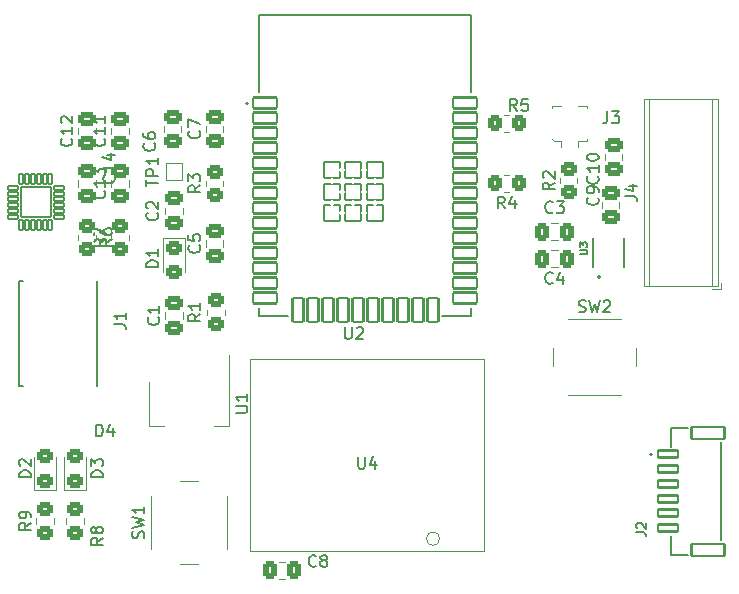
<source format=gto>
G04 #@! TF.GenerationSoftware,KiCad,Pcbnew,7.0.8*
G04 #@! TF.CreationDate,2023-11-16T17:46:21+01:00*
G04 #@! TF.ProjectId,ESP32-aqs,45535033-322d-4617-9173-2e6b69636164,rev?*
G04 #@! TF.SameCoordinates,Original*
G04 #@! TF.FileFunction,Legend,Top*
G04 #@! TF.FilePolarity,Positive*
%FSLAX46Y46*%
G04 Gerber Fmt 4.6, Leading zero omitted, Abs format (unit mm)*
G04 Created by KiCad (PCBNEW 7.0.8) date 2023-11-16 17:46:21*
%MOMM*%
%LPD*%
G01*
G04 APERTURE LIST*
G04 Aperture macros list*
%AMRoundRect*
0 Rectangle with rounded corners*
0 $1 Rounding radius*
0 $2 $3 $4 $5 $6 $7 $8 $9 X,Y pos of 4 corners*
0 Add a 4 corners polygon primitive as box body*
4,1,4,$2,$3,$4,$5,$6,$7,$8,$9,$2,$3,0*
0 Add four circle primitives for the rounded corners*
1,1,$1+$1,$2,$3*
1,1,$1+$1,$4,$5*
1,1,$1+$1,$6,$7*
1,1,$1+$1,$8,$9*
0 Add four rect primitives between the rounded corners*
20,1,$1+$1,$2,$3,$4,$5,0*
20,1,$1+$1,$4,$5,$6,$7,0*
20,1,$1+$1,$6,$7,$8,$9,0*
20,1,$1+$1,$8,$9,$2,$3,0*%
G04 Aperture macros list end*
%ADD10C,0.150000*%
%ADD11C,0.127000*%
%ADD12C,0.200000*%
%ADD13C,0.120000*%
%ADD14C,0.010000*%
%ADD15R,0.400000X0.550000*%
%ADD16RoundRect,0.250000X0.450000X-0.350000X0.450000X0.350000X-0.450000X0.350000X-0.450000X-0.350000X0*%
%ADD17RoundRect,0.250000X-0.450000X0.350000X-0.450000X-0.350000X0.450000X-0.350000X0.450000X0.350000X0*%
%ADD18C,0.650000*%
%ADD19O,2.216000X1.108000*%
%ADD20RoundRect,0.102000X-0.425000X-0.150000X0.425000X-0.150000X0.425000X0.150000X-0.425000X0.150000X0*%
%ADD21RoundRect,0.102000X0.150000X-0.425000X0.150000X0.425000X-0.150000X0.425000X-0.150000X-0.425000X0*%
%ADD22RoundRect,0.102000X1.275000X-1.275000X1.275000X1.275000X-1.275000X1.275000X-1.275000X-1.275000X0*%
%ADD23R,0.914400X1.219200*%
%ADD24RoundRect,0.250000X0.450000X-0.325000X0.450000X0.325000X-0.450000X0.325000X-0.450000X-0.325000X0*%
%ADD25RoundRect,0.250000X0.475000X-0.337500X0.475000X0.337500X-0.475000X0.337500X-0.475000X-0.337500X0*%
%ADD26C,3.500000*%
%ADD27RoundRect,0.250000X0.350000X0.450000X-0.350000X0.450000X-0.350000X-0.450000X0.350000X-0.450000X0*%
%ADD28RoundRect,0.250000X-0.337500X-0.475000X0.337500X-0.475000X0.337500X0.475000X-0.337500X0.475000X0*%
%ADD29RoundRect,0.250000X-0.450000X0.325000X-0.450000X-0.325000X0.450000X-0.325000X0.450000X0.325000X0*%
%ADD30R,1.000000X1.000000*%
%ADD31R,1.050000X2.200000*%
%ADD32RoundRect,0.250000X-0.475000X0.337500X-0.475000X-0.337500X0.475000X-0.337500X0.475000X0.337500X0*%
%ADD33RoundRect,0.250000X0.337500X0.475000X-0.337500X0.475000X-0.337500X-0.475000X0.337500X-0.475000X0*%
%ADD34C,2.000000*%
%ADD35RoundRect,0.102000X-1.000000X-0.450000X1.000000X-0.450000X1.000000X0.450000X-1.000000X0.450000X0*%
%ADD36RoundRect,0.102000X-0.450000X-1.000000X0.450000X-1.000000X0.450000X1.000000X-0.450000X1.000000X0*%
%ADD37RoundRect,0.102000X-0.665000X-0.665000X0.665000X-0.665000X0.665000X0.665000X-0.665000X0.665000X0*%
%ADD38C,0.504000*%
%ADD39R,2.540000X1.524000*%
%ADD40RoundRect,0.102000X-0.850000X-0.300000X0.850000X-0.300000X0.850000X0.300000X-0.850000X0.300000X0*%
%ADD41RoundRect,0.102000X-1.400000X-0.500000X1.400000X-0.500000X1.400000X0.500000X-1.400000X0.500000X0*%
%ADD42R,2.200000X2.200000*%
%ADD43C,2.200000*%
%ADD44R,1.500000X2.000000*%
%ADD45R,3.800000X2.000000*%
G04 APERTURE END LIST*
D10*
X174814876Y-79657619D02*
X175332971Y-79657619D01*
X175332971Y-79657619D02*
X175393923Y-79627142D01*
X175393923Y-79627142D02*
X175424400Y-79596666D01*
X175424400Y-79596666D02*
X175454876Y-79535714D01*
X175454876Y-79535714D02*
X175454876Y-79413809D01*
X175454876Y-79413809D02*
X175424400Y-79352857D01*
X175424400Y-79352857D02*
X175393923Y-79322380D01*
X175393923Y-79322380D02*
X175332971Y-79291904D01*
X175332971Y-79291904D02*
X174814876Y-79291904D01*
X174814876Y-79048095D02*
X174814876Y-78651904D01*
X174814876Y-78651904D02*
X175058685Y-78865238D01*
X175058685Y-78865238D02*
X175058685Y-78773809D01*
X175058685Y-78773809D02*
X175089161Y-78712857D01*
X175089161Y-78712857D02*
X175119638Y-78682381D01*
X175119638Y-78682381D02*
X175180590Y-78651904D01*
X175180590Y-78651904D02*
X175332971Y-78651904D01*
X175332971Y-78651904D02*
X175393923Y-78682381D01*
X175393923Y-78682381D02*
X175424400Y-78712857D01*
X175424400Y-78712857D02*
X175454876Y-78773809D01*
X175454876Y-78773809D02*
X175454876Y-78956666D01*
X175454876Y-78956666D02*
X175424400Y-79017619D01*
X175424400Y-79017619D02*
X175393923Y-79048095D01*
X128344819Y-102401666D02*
X127868628Y-102734999D01*
X128344819Y-102973094D02*
X127344819Y-102973094D01*
X127344819Y-102973094D02*
X127344819Y-102592142D01*
X127344819Y-102592142D02*
X127392438Y-102496904D01*
X127392438Y-102496904D02*
X127440057Y-102449285D01*
X127440057Y-102449285D02*
X127535295Y-102401666D01*
X127535295Y-102401666D02*
X127678152Y-102401666D01*
X127678152Y-102401666D02*
X127773390Y-102449285D01*
X127773390Y-102449285D02*
X127821009Y-102496904D01*
X127821009Y-102496904D02*
X127868628Y-102592142D01*
X127868628Y-102592142D02*
X127868628Y-102973094D01*
X128344819Y-101925475D02*
X128344819Y-101734999D01*
X128344819Y-101734999D02*
X128297200Y-101639761D01*
X128297200Y-101639761D02*
X128249580Y-101592142D01*
X128249580Y-101592142D02*
X128106723Y-101496904D01*
X128106723Y-101496904D02*
X127916247Y-101449285D01*
X127916247Y-101449285D02*
X127535295Y-101449285D01*
X127535295Y-101449285D02*
X127440057Y-101496904D01*
X127440057Y-101496904D02*
X127392438Y-101544523D01*
X127392438Y-101544523D02*
X127344819Y-101639761D01*
X127344819Y-101639761D02*
X127344819Y-101830237D01*
X127344819Y-101830237D02*
X127392438Y-101925475D01*
X127392438Y-101925475D02*
X127440057Y-101973094D01*
X127440057Y-101973094D02*
X127535295Y-102020713D01*
X127535295Y-102020713D02*
X127773390Y-102020713D01*
X127773390Y-102020713D02*
X127868628Y-101973094D01*
X127868628Y-101973094D02*
X127916247Y-101925475D01*
X127916247Y-101925475D02*
X127963866Y-101830237D01*
X127963866Y-101830237D02*
X127963866Y-101639761D01*
X127963866Y-101639761D02*
X127916247Y-101544523D01*
X127916247Y-101544523D02*
X127868628Y-101496904D01*
X127868628Y-101496904D02*
X127773390Y-101449285D01*
X134439819Y-103671666D02*
X133963628Y-104004999D01*
X134439819Y-104243094D02*
X133439819Y-104243094D01*
X133439819Y-104243094D02*
X133439819Y-103862142D01*
X133439819Y-103862142D02*
X133487438Y-103766904D01*
X133487438Y-103766904D02*
X133535057Y-103719285D01*
X133535057Y-103719285D02*
X133630295Y-103671666D01*
X133630295Y-103671666D02*
X133773152Y-103671666D01*
X133773152Y-103671666D02*
X133868390Y-103719285D01*
X133868390Y-103719285D02*
X133916009Y-103766904D01*
X133916009Y-103766904D02*
X133963628Y-103862142D01*
X133963628Y-103862142D02*
X133963628Y-104243094D01*
X133868390Y-103100237D02*
X133820771Y-103195475D01*
X133820771Y-103195475D02*
X133773152Y-103243094D01*
X133773152Y-103243094D02*
X133677914Y-103290713D01*
X133677914Y-103290713D02*
X133630295Y-103290713D01*
X133630295Y-103290713D02*
X133535057Y-103243094D01*
X133535057Y-103243094D02*
X133487438Y-103195475D01*
X133487438Y-103195475D02*
X133439819Y-103100237D01*
X133439819Y-103100237D02*
X133439819Y-102909761D01*
X133439819Y-102909761D02*
X133487438Y-102814523D01*
X133487438Y-102814523D02*
X133535057Y-102766904D01*
X133535057Y-102766904D02*
X133630295Y-102719285D01*
X133630295Y-102719285D02*
X133677914Y-102719285D01*
X133677914Y-102719285D02*
X133773152Y-102766904D01*
X133773152Y-102766904D02*
X133820771Y-102814523D01*
X133820771Y-102814523D02*
X133868390Y-102909761D01*
X133868390Y-102909761D02*
X133868390Y-103100237D01*
X133868390Y-103100237D02*
X133916009Y-103195475D01*
X133916009Y-103195475D02*
X133963628Y-103243094D01*
X133963628Y-103243094D02*
X134058866Y-103290713D01*
X134058866Y-103290713D02*
X134249342Y-103290713D01*
X134249342Y-103290713D02*
X134344580Y-103243094D01*
X134344580Y-103243094D02*
X134392200Y-103195475D01*
X134392200Y-103195475D02*
X134439819Y-103100237D01*
X134439819Y-103100237D02*
X134439819Y-102909761D01*
X134439819Y-102909761D02*
X134392200Y-102814523D01*
X134392200Y-102814523D02*
X134344580Y-102766904D01*
X134344580Y-102766904D02*
X134249342Y-102719285D01*
X134249342Y-102719285D02*
X134058866Y-102719285D01*
X134058866Y-102719285D02*
X133963628Y-102766904D01*
X133963628Y-102766904D02*
X133916009Y-102814523D01*
X133916009Y-102814523D02*
X133868390Y-102909761D01*
X134694819Y-78398666D02*
X134218628Y-78731999D01*
X134694819Y-78970094D02*
X133694819Y-78970094D01*
X133694819Y-78970094D02*
X133694819Y-78589142D01*
X133694819Y-78589142D02*
X133742438Y-78493904D01*
X133742438Y-78493904D02*
X133790057Y-78446285D01*
X133790057Y-78446285D02*
X133885295Y-78398666D01*
X133885295Y-78398666D02*
X134028152Y-78398666D01*
X134028152Y-78398666D02*
X134123390Y-78446285D01*
X134123390Y-78446285D02*
X134171009Y-78493904D01*
X134171009Y-78493904D02*
X134218628Y-78589142D01*
X134218628Y-78589142D02*
X134218628Y-78970094D01*
X133694819Y-78065332D02*
X133694819Y-77398666D01*
X133694819Y-77398666D02*
X134694819Y-77827237D01*
X135200819Y-78398666D02*
X134724628Y-78731999D01*
X135200819Y-78970094D02*
X134200819Y-78970094D01*
X134200819Y-78970094D02*
X134200819Y-78589142D01*
X134200819Y-78589142D02*
X134248438Y-78493904D01*
X134248438Y-78493904D02*
X134296057Y-78446285D01*
X134296057Y-78446285D02*
X134391295Y-78398666D01*
X134391295Y-78398666D02*
X134534152Y-78398666D01*
X134534152Y-78398666D02*
X134629390Y-78446285D01*
X134629390Y-78446285D02*
X134677009Y-78493904D01*
X134677009Y-78493904D02*
X134724628Y-78589142D01*
X134724628Y-78589142D02*
X134724628Y-78970094D01*
X134200819Y-77541523D02*
X134200819Y-77731999D01*
X134200819Y-77731999D02*
X134248438Y-77827237D01*
X134248438Y-77827237D02*
X134296057Y-77874856D01*
X134296057Y-77874856D02*
X134438914Y-77970094D01*
X134438914Y-77970094D02*
X134629390Y-78017713D01*
X134629390Y-78017713D02*
X135010342Y-78017713D01*
X135010342Y-78017713D02*
X135105580Y-77970094D01*
X135105580Y-77970094D02*
X135153200Y-77922475D01*
X135153200Y-77922475D02*
X135200819Y-77827237D01*
X135200819Y-77827237D02*
X135200819Y-77636761D01*
X135200819Y-77636761D02*
X135153200Y-77541523D01*
X135153200Y-77541523D02*
X135105580Y-77493904D01*
X135105580Y-77493904D02*
X135010342Y-77446285D01*
X135010342Y-77446285D02*
X134772247Y-77446285D01*
X134772247Y-77446285D02*
X134677009Y-77493904D01*
X134677009Y-77493904D02*
X134629390Y-77541523D01*
X134629390Y-77541523D02*
X134581771Y-77636761D01*
X134581771Y-77636761D02*
X134581771Y-77827237D01*
X134581771Y-77827237D02*
X134629390Y-77922475D01*
X134629390Y-77922475D02*
X134677009Y-77970094D01*
X134677009Y-77970094D02*
X134772247Y-78017713D01*
X135375154Y-85590957D02*
X136089547Y-85590957D01*
X136089547Y-85590957D02*
X136232425Y-85638584D01*
X136232425Y-85638584D02*
X136327678Y-85733836D01*
X136327678Y-85733836D02*
X136375304Y-85876715D01*
X136375304Y-85876715D02*
X136375304Y-85971967D01*
X136375304Y-84590807D02*
X136375304Y-85162322D01*
X136375304Y-84876565D02*
X135375154Y-84876565D01*
X135375154Y-84876565D02*
X135518032Y-84971817D01*
X135518032Y-84971817D02*
X135613285Y-85067069D01*
X135613285Y-85067069D02*
X135660911Y-85162322D01*
X127781810Y-75720819D02*
X127781810Y-74720819D01*
X128829428Y-75625580D02*
X128781809Y-75673200D01*
X128781809Y-75673200D02*
X128638952Y-75720819D01*
X128638952Y-75720819D02*
X128543714Y-75720819D01*
X128543714Y-75720819D02*
X128400857Y-75673200D01*
X128400857Y-75673200D02*
X128305619Y-75577961D01*
X128305619Y-75577961D02*
X128258000Y-75482723D01*
X128258000Y-75482723D02*
X128210381Y-75292247D01*
X128210381Y-75292247D02*
X128210381Y-75149390D01*
X128210381Y-75149390D02*
X128258000Y-74958914D01*
X128258000Y-74958914D02*
X128305619Y-74863676D01*
X128305619Y-74863676D02*
X128400857Y-74768438D01*
X128400857Y-74768438D02*
X128543714Y-74720819D01*
X128543714Y-74720819D02*
X128638952Y-74720819D01*
X128638952Y-74720819D02*
X128781809Y-74768438D01*
X128781809Y-74768438D02*
X128829428Y-74816057D01*
X129781809Y-75720819D02*
X129210381Y-75720819D01*
X129496095Y-75720819D02*
X129496095Y-74720819D01*
X129496095Y-74720819D02*
X129400857Y-74863676D01*
X129400857Y-74863676D02*
X129305619Y-74958914D01*
X129305619Y-74958914D02*
X129210381Y-75006533D01*
X133881905Y-95069819D02*
X133881905Y-94069819D01*
X133881905Y-94069819D02*
X134120000Y-94069819D01*
X134120000Y-94069819D02*
X134262857Y-94117438D01*
X134262857Y-94117438D02*
X134358095Y-94212676D01*
X134358095Y-94212676D02*
X134405714Y-94307914D01*
X134405714Y-94307914D02*
X134453333Y-94498390D01*
X134453333Y-94498390D02*
X134453333Y-94641247D01*
X134453333Y-94641247D02*
X134405714Y-94831723D01*
X134405714Y-94831723D02*
X134358095Y-94926961D01*
X134358095Y-94926961D02*
X134262857Y-95022200D01*
X134262857Y-95022200D02*
X134120000Y-95069819D01*
X134120000Y-95069819D02*
X133881905Y-95069819D01*
X135310476Y-94403152D02*
X135310476Y-95069819D01*
X135072381Y-94022200D02*
X134834286Y-94736485D01*
X134834286Y-94736485D02*
X135453333Y-94736485D01*
X134439819Y-98528094D02*
X133439819Y-98528094D01*
X133439819Y-98528094D02*
X133439819Y-98289999D01*
X133439819Y-98289999D02*
X133487438Y-98147142D01*
X133487438Y-98147142D02*
X133582676Y-98051904D01*
X133582676Y-98051904D02*
X133677914Y-98004285D01*
X133677914Y-98004285D02*
X133868390Y-97956666D01*
X133868390Y-97956666D02*
X134011247Y-97956666D01*
X134011247Y-97956666D02*
X134201723Y-98004285D01*
X134201723Y-98004285D02*
X134296961Y-98051904D01*
X134296961Y-98051904D02*
X134392200Y-98147142D01*
X134392200Y-98147142D02*
X134439819Y-98289999D01*
X134439819Y-98289999D02*
X134439819Y-98528094D01*
X133439819Y-97623332D02*
X133439819Y-97004285D01*
X133439819Y-97004285D02*
X133820771Y-97337618D01*
X133820771Y-97337618D02*
X133820771Y-97194761D01*
X133820771Y-97194761D02*
X133868390Y-97099523D01*
X133868390Y-97099523D02*
X133916009Y-97051904D01*
X133916009Y-97051904D02*
X134011247Y-97004285D01*
X134011247Y-97004285D02*
X134249342Y-97004285D01*
X134249342Y-97004285D02*
X134344580Y-97051904D01*
X134344580Y-97051904D02*
X134392200Y-97099523D01*
X134392200Y-97099523D02*
X134439819Y-97194761D01*
X134439819Y-97194761D02*
X134439819Y-97480475D01*
X134439819Y-97480475D02*
X134392200Y-97575713D01*
X134392200Y-97575713D02*
X134344580Y-97623332D01*
X128344819Y-98528094D02*
X127344819Y-98528094D01*
X127344819Y-98528094D02*
X127344819Y-98289999D01*
X127344819Y-98289999D02*
X127392438Y-98147142D01*
X127392438Y-98147142D02*
X127487676Y-98051904D01*
X127487676Y-98051904D02*
X127582914Y-98004285D01*
X127582914Y-98004285D02*
X127773390Y-97956666D01*
X127773390Y-97956666D02*
X127916247Y-97956666D01*
X127916247Y-97956666D02*
X128106723Y-98004285D01*
X128106723Y-98004285D02*
X128201961Y-98051904D01*
X128201961Y-98051904D02*
X128297200Y-98147142D01*
X128297200Y-98147142D02*
X128344819Y-98289999D01*
X128344819Y-98289999D02*
X128344819Y-98528094D01*
X127440057Y-97575713D02*
X127392438Y-97528094D01*
X127392438Y-97528094D02*
X127344819Y-97432856D01*
X127344819Y-97432856D02*
X127344819Y-97194761D01*
X127344819Y-97194761D02*
X127392438Y-97099523D01*
X127392438Y-97099523D02*
X127440057Y-97051904D01*
X127440057Y-97051904D02*
X127535295Y-97004285D01*
X127535295Y-97004285D02*
X127630533Y-97004285D01*
X127630533Y-97004285D02*
X127773390Y-97051904D01*
X127773390Y-97051904D02*
X128344819Y-97623332D01*
X128344819Y-97623332D02*
X128344819Y-97004285D01*
X135360580Y-73032857D02*
X135408200Y-73080476D01*
X135408200Y-73080476D02*
X135455819Y-73223333D01*
X135455819Y-73223333D02*
X135455819Y-73318571D01*
X135455819Y-73318571D02*
X135408200Y-73461428D01*
X135408200Y-73461428D02*
X135312961Y-73556666D01*
X135312961Y-73556666D02*
X135217723Y-73604285D01*
X135217723Y-73604285D02*
X135027247Y-73651904D01*
X135027247Y-73651904D02*
X134884390Y-73651904D01*
X134884390Y-73651904D02*
X134693914Y-73604285D01*
X134693914Y-73604285D02*
X134598676Y-73556666D01*
X134598676Y-73556666D02*
X134503438Y-73461428D01*
X134503438Y-73461428D02*
X134455819Y-73318571D01*
X134455819Y-73318571D02*
X134455819Y-73223333D01*
X134455819Y-73223333D02*
X134503438Y-73080476D01*
X134503438Y-73080476D02*
X134551057Y-73032857D01*
X135455819Y-72080476D02*
X135455819Y-72651904D01*
X135455819Y-72366190D02*
X134455819Y-72366190D01*
X134455819Y-72366190D02*
X134598676Y-72461428D01*
X134598676Y-72461428D02*
X134693914Y-72556666D01*
X134693914Y-72556666D02*
X134741533Y-72651904D01*
X134789152Y-71223333D02*
X135455819Y-71223333D01*
X134408200Y-71461428D02*
X135122485Y-71699523D01*
X135122485Y-71699523D02*
X135122485Y-71080476D01*
X134569580Y-74302857D02*
X134617200Y-74350476D01*
X134617200Y-74350476D02*
X134664819Y-74493333D01*
X134664819Y-74493333D02*
X134664819Y-74588571D01*
X134664819Y-74588571D02*
X134617200Y-74731428D01*
X134617200Y-74731428D02*
X134521961Y-74826666D01*
X134521961Y-74826666D02*
X134426723Y-74874285D01*
X134426723Y-74874285D02*
X134236247Y-74921904D01*
X134236247Y-74921904D02*
X134093390Y-74921904D01*
X134093390Y-74921904D02*
X133902914Y-74874285D01*
X133902914Y-74874285D02*
X133807676Y-74826666D01*
X133807676Y-74826666D02*
X133712438Y-74731428D01*
X133712438Y-74731428D02*
X133664819Y-74588571D01*
X133664819Y-74588571D02*
X133664819Y-74493333D01*
X133664819Y-74493333D02*
X133712438Y-74350476D01*
X133712438Y-74350476D02*
X133760057Y-74302857D01*
X134664819Y-73350476D02*
X134664819Y-73921904D01*
X134664819Y-73636190D02*
X133664819Y-73636190D01*
X133664819Y-73636190D02*
X133807676Y-73731428D01*
X133807676Y-73731428D02*
X133902914Y-73826666D01*
X133902914Y-73826666D02*
X133950533Y-73921904D01*
X133664819Y-73017142D02*
X133664819Y-72398095D01*
X133664819Y-72398095D02*
X134045771Y-72731428D01*
X134045771Y-72731428D02*
X134045771Y-72588571D01*
X134045771Y-72588571D02*
X134093390Y-72493333D01*
X134093390Y-72493333D02*
X134141009Y-72445714D01*
X134141009Y-72445714D02*
X134236247Y-72398095D01*
X134236247Y-72398095D02*
X134474342Y-72398095D01*
X134474342Y-72398095D02*
X134569580Y-72445714D01*
X134569580Y-72445714D02*
X134617200Y-72493333D01*
X134617200Y-72493333D02*
X134664819Y-72588571D01*
X134664819Y-72588571D02*
X134664819Y-72874285D01*
X134664819Y-72874285D02*
X134617200Y-72969523D01*
X134617200Y-72969523D02*
X134569580Y-73017142D01*
X131775580Y-69857857D02*
X131823200Y-69905476D01*
X131823200Y-69905476D02*
X131870819Y-70048333D01*
X131870819Y-70048333D02*
X131870819Y-70143571D01*
X131870819Y-70143571D02*
X131823200Y-70286428D01*
X131823200Y-70286428D02*
X131727961Y-70381666D01*
X131727961Y-70381666D02*
X131632723Y-70429285D01*
X131632723Y-70429285D02*
X131442247Y-70476904D01*
X131442247Y-70476904D02*
X131299390Y-70476904D01*
X131299390Y-70476904D02*
X131108914Y-70429285D01*
X131108914Y-70429285D02*
X131013676Y-70381666D01*
X131013676Y-70381666D02*
X130918438Y-70286428D01*
X130918438Y-70286428D02*
X130870819Y-70143571D01*
X130870819Y-70143571D02*
X130870819Y-70048333D01*
X130870819Y-70048333D02*
X130918438Y-69905476D01*
X130918438Y-69905476D02*
X130966057Y-69857857D01*
X131870819Y-68905476D02*
X131870819Y-69476904D01*
X131870819Y-69191190D02*
X130870819Y-69191190D01*
X130870819Y-69191190D02*
X131013676Y-69286428D01*
X131013676Y-69286428D02*
X131108914Y-69381666D01*
X131108914Y-69381666D02*
X131156533Y-69476904D01*
X130966057Y-68524523D02*
X130918438Y-68476904D01*
X130918438Y-68476904D02*
X130870819Y-68381666D01*
X130870819Y-68381666D02*
X130870819Y-68143571D01*
X130870819Y-68143571D02*
X130918438Y-68048333D01*
X130918438Y-68048333D02*
X130966057Y-68000714D01*
X130966057Y-68000714D02*
X131061295Y-67953095D01*
X131061295Y-67953095D02*
X131156533Y-67953095D01*
X131156533Y-67953095D02*
X131299390Y-68000714D01*
X131299390Y-68000714D02*
X131870819Y-68572142D01*
X131870819Y-68572142D02*
X131870819Y-67953095D01*
X134569580Y-69857857D02*
X134617200Y-69905476D01*
X134617200Y-69905476D02*
X134664819Y-70048333D01*
X134664819Y-70048333D02*
X134664819Y-70143571D01*
X134664819Y-70143571D02*
X134617200Y-70286428D01*
X134617200Y-70286428D02*
X134521961Y-70381666D01*
X134521961Y-70381666D02*
X134426723Y-70429285D01*
X134426723Y-70429285D02*
X134236247Y-70476904D01*
X134236247Y-70476904D02*
X134093390Y-70476904D01*
X134093390Y-70476904D02*
X133902914Y-70429285D01*
X133902914Y-70429285D02*
X133807676Y-70381666D01*
X133807676Y-70381666D02*
X133712438Y-70286428D01*
X133712438Y-70286428D02*
X133664819Y-70143571D01*
X133664819Y-70143571D02*
X133664819Y-70048333D01*
X133664819Y-70048333D02*
X133712438Y-69905476D01*
X133712438Y-69905476D02*
X133760057Y-69857857D01*
X134664819Y-68905476D02*
X134664819Y-69476904D01*
X134664819Y-69191190D02*
X133664819Y-69191190D01*
X133664819Y-69191190D02*
X133807676Y-69286428D01*
X133807676Y-69286428D02*
X133902914Y-69381666D01*
X133902914Y-69381666D02*
X133950533Y-69476904D01*
X134664819Y-67953095D02*
X134664819Y-68524523D01*
X134664819Y-68238809D02*
X133664819Y-68238809D01*
X133664819Y-68238809D02*
X133807676Y-68334047D01*
X133807676Y-68334047D02*
X133902914Y-68429285D01*
X133902914Y-68429285D02*
X133950533Y-68524523D01*
X169505333Y-67510819D02*
X169172000Y-67034628D01*
X168933905Y-67510819D02*
X168933905Y-66510819D01*
X168933905Y-66510819D02*
X169314857Y-66510819D01*
X169314857Y-66510819D02*
X169410095Y-66558438D01*
X169410095Y-66558438D02*
X169457714Y-66606057D01*
X169457714Y-66606057D02*
X169505333Y-66701295D01*
X169505333Y-66701295D02*
X169505333Y-66844152D01*
X169505333Y-66844152D02*
X169457714Y-66939390D01*
X169457714Y-66939390D02*
X169410095Y-66987009D01*
X169410095Y-66987009D02*
X169314857Y-67034628D01*
X169314857Y-67034628D02*
X168933905Y-67034628D01*
X170410095Y-66510819D02*
X169933905Y-66510819D01*
X169933905Y-66510819D02*
X169886286Y-66987009D01*
X169886286Y-66987009D02*
X169933905Y-66939390D01*
X169933905Y-66939390D02*
X170029143Y-66891771D01*
X170029143Y-66891771D02*
X170267238Y-66891771D01*
X170267238Y-66891771D02*
X170362476Y-66939390D01*
X170362476Y-66939390D02*
X170410095Y-66987009D01*
X170410095Y-66987009D02*
X170457714Y-67082247D01*
X170457714Y-67082247D02*
X170457714Y-67320342D01*
X170457714Y-67320342D02*
X170410095Y-67415580D01*
X170410095Y-67415580D02*
X170362476Y-67463200D01*
X170362476Y-67463200D02*
X170267238Y-67510819D01*
X170267238Y-67510819D02*
X170029143Y-67510819D01*
X170029143Y-67510819D02*
X169933905Y-67463200D01*
X169933905Y-67463200D02*
X169886286Y-67415580D01*
X152487333Y-106023580D02*
X152439714Y-106071200D01*
X152439714Y-106071200D02*
X152296857Y-106118819D01*
X152296857Y-106118819D02*
X152201619Y-106118819D01*
X152201619Y-106118819D02*
X152058762Y-106071200D01*
X152058762Y-106071200D02*
X151963524Y-105975961D01*
X151963524Y-105975961D02*
X151915905Y-105880723D01*
X151915905Y-105880723D02*
X151868286Y-105690247D01*
X151868286Y-105690247D02*
X151868286Y-105547390D01*
X151868286Y-105547390D02*
X151915905Y-105356914D01*
X151915905Y-105356914D02*
X151963524Y-105261676D01*
X151963524Y-105261676D02*
X152058762Y-105166438D01*
X152058762Y-105166438D02*
X152201619Y-105118819D01*
X152201619Y-105118819D02*
X152296857Y-105118819D01*
X152296857Y-105118819D02*
X152439714Y-105166438D01*
X152439714Y-105166438D02*
X152487333Y-105214057D01*
X153058762Y-105547390D02*
X152963524Y-105499771D01*
X152963524Y-105499771D02*
X152915905Y-105452152D01*
X152915905Y-105452152D02*
X152868286Y-105356914D01*
X152868286Y-105356914D02*
X152868286Y-105309295D01*
X152868286Y-105309295D02*
X152915905Y-105214057D01*
X152915905Y-105214057D02*
X152963524Y-105166438D01*
X152963524Y-105166438D02*
X153058762Y-105118819D01*
X153058762Y-105118819D02*
X153249238Y-105118819D01*
X153249238Y-105118819D02*
X153344476Y-105166438D01*
X153344476Y-105166438D02*
X153392095Y-105214057D01*
X153392095Y-105214057D02*
X153439714Y-105309295D01*
X153439714Y-105309295D02*
X153439714Y-105356914D01*
X153439714Y-105356914D02*
X153392095Y-105452152D01*
X153392095Y-105452152D02*
X153344476Y-105499771D01*
X153344476Y-105499771D02*
X153249238Y-105547390D01*
X153249238Y-105547390D02*
X153058762Y-105547390D01*
X153058762Y-105547390D02*
X152963524Y-105595009D01*
X152963524Y-105595009D02*
X152915905Y-105642628D01*
X152915905Y-105642628D02*
X152868286Y-105737866D01*
X152868286Y-105737866D02*
X152868286Y-105928342D01*
X152868286Y-105928342D02*
X152915905Y-106023580D01*
X152915905Y-106023580D02*
X152963524Y-106071200D01*
X152963524Y-106071200D02*
X153058762Y-106118819D01*
X153058762Y-106118819D02*
X153249238Y-106118819D01*
X153249238Y-106118819D02*
X153344476Y-106071200D01*
X153344476Y-106071200D02*
X153392095Y-106023580D01*
X153392095Y-106023580D02*
X153439714Y-105928342D01*
X153439714Y-105928342D02*
X153439714Y-105737866D01*
X153439714Y-105737866D02*
X153392095Y-105642628D01*
X153392095Y-105642628D02*
X153344476Y-105595009D01*
X153344476Y-105595009D02*
X153249238Y-105547390D01*
X139138819Y-80748094D02*
X138138819Y-80748094D01*
X138138819Y-80748094D02*
X138138819Y-80509999D01*
X138138819Y-80509999D02*
X138186438Y-80367142D01*
X138186438Y-80367142D02*
X138281676Y-80271904D01*
X138281676Y-80271904D02*
X138376914Y-80224285D01*
X138376914Y-80224285D02*
X138567390Y-80176666D01*
X138567390Y-80176666D02*
X138710247Y-80176666D01*
X138710247Y-80176666D02*
X138900723Y-80224285D01*
X138900723Y-80224285D02*
X138995961Y-80271904D01*
X138995961Y-80271904D02*
X139091200Y-80367142D01*
X139091200Y-80367142D02*
X139138819Y-80509999D01*
X139138819Y-80509999D02*
X139138819Y-80748094D01*
X139138819Y-79224285D02*
X139138819Y-79795713D01*
X139138819Y-79509999D02*
X138138819Y-79509999D01*
X138138819Y-79509999D02*
X138281676Y-79605237D01*
X138281676Y-79605237D02*
X138376914Y-79700475D01*
X138376914Y-79700475D02*
X138424533Y-79795713D01*
X177163666Y-67551819D02*
X177163666Y-68266104D01*
X177163666Y-68266104D02*
X177116047Y-68408961D01*
X177116047Y-68408961D02*
X177020809Y-68504200D01*
X177020809Y-68504200D02*
X176877952Y-68551819D01*
X176877952Y-68551819D02*
X176782714Y-68551819D01*
X177544619Y-67551819D02*
X178163666Y-67551819D01*
X178163666Y-67551819D02*
X177830333Y-67932771D01*
X177830333Y-67932771D02*
X177973190Y-67932771D01*
X177973190Y-67932771D02*
X178068428Y-67980390D01*
X178068428Y-67980390D02*
X178116047Y-68028009D01*
X178116047Y-68028009D02*
X178163666Y-68123247D01*
X178163666Y-68123247D02*
X178163666Y-68361342D01*
X178163666Y-68361342D02*
X178116047Y-68456580D01*
X178116047Y-68456580D02*
X178068428Y-68504200D01*
X178068428Y-68504200D02*
X177973190Y-68551819D01*
X177973190Y-68551819D02*
X177687476Y-68551819D01*
X177687476Y-68551819D02*
X177592238Y-68504200D01*
X177592238Y-68504200D02*
X177544619Y-68456580D01*
X142599580Y-78906666D02*
X142647200Y-78954285D01*
X142647200Y-78954285D02*
X142694819Y-79097142D01*
X142694819Y-79097142D02*
X142694819Y-79192380D01*
X142694819Y-79192380D02*
X142647200Y-79335237D01*
X142647200Y-79335237D02*
X142551961Y-79430475D01*
X142551961Y-79430475D02*
X142456723Y-79478094D01*
X142456723Y-79478094D02*
X142266247Y-79525713D01*
X142266247Y-79525713D02*
X142123390Y-79525713D01*
X142123390Y-79525713D02*
X141932914Y-79478094D01*
X141932914Y-79478094D02*
X141837676Y-79430475D01*
X141837676Y-79430475D02*
X141742438Y-79335237D01*
X141742438Y-79335237D02*
X141694819Y-79192380D01*
X141694819Y-79192380D02*
X141694819Y-79097142D01*
X141694819Y-79097142D02*
X141742438Y-78954285D01*
X141742438Y-78954285D02*
X141790057Y-78906666D01*
X141694819Y-78001904D02*
X141694819Y-78478094D01*
X141694819Y-78478094D02*
X142171009Y-78525713D01*
X142171009Y-78525713D02*
X142123390Y-78478094D01*
X142123390Y-78478094D02*
X142075771Y-78382856D01*
X142075771Y-78382856D02*
X142075771Y-78144761D01*
X142075771Y-78144761D02*
X142123390Y-78049523D01*
X142123390Y-78049523D02*
X142171009Y-78001904D01*
X142171009Y-78001904D02*
X142266247Y-77954285D01*
X142266247Y-77954285D02*
X142504342Y-77954285D01*
X142504342Y-77954285D02*
X142599580Y-78001904D01*
X142599580Y-78001904D02*
X142647200Y-78049523D01*
X142647200Y-78049523D02*
X142694819Y-78144761D01*
X142694819Y-78144761D02*
X142694819Y-78382856D01*
X142694819Y-78382856D02*
X142647200Y-78478094D01*
X142647200Y-78478094D02*
X142599580Y-78525713D01*
X172525833Y-82074580D02*
X172478214Y-82122200D01*
X172478214Y-82122200D02*
X172335357Y-82169819D01*
X172335357Y-82169819D02*
X172240119Y-82169819D01*
X172240119Y-82169819D02*
X172097262Y-82122200D01*
X172097262Y-82122200D02*
X172002024Y-82026961D01*
X172002024Y-82026961D02*
X171954405Y-81931723D01*
X171954405Y-81931723D02*
X171906786Y-81741247D01*
X171906786Y-81741247D02*
X171906786Y-81598390D01*
X171906786Y-81598390D02*
X171954405Y-81407914D01*
X171954405Y-81407914D02*
X172002024Y-81312676D01*
X172002024Y-81312676D02*
X172097262Y-81217438D01*
X172097262Y-81217438D02*
X172240119Y-81169819D01*
X172240119Y-81169819D02*
X172335357Y-81169819D01*
X172335357Y-81169819D02*
X172478214Y-81217438D01*
X172478214Y-81217438D02*
X172525833Y-81265057D01*
X173382976Y-81503152D02*
X173382976Y-82169819D01*
X173144881Y-81122200D02*
X172906786Y-81836485D01*
X172906786Y-81836485D02*
X173525833Y-81836485D01*
X142694819Y-84716666D02*
X142218628Y-85049999D01*
X142694819Y-85288094D02*
X141694819Y-85288094D01*
X141694819Y-85288094D02*
X141694819Y-84907142D01*
X141694819Y-84907142D02*
X141742438Y-84811904D01*
X141742438Y-84811904D02*
X141790057Y-84764285D01*
X141790057Y-84764285D02*
X141885295Y-84716666D01*
X141885295Y-84716666D02*
X142028152Y-84716666D01*
X142028152Y-84716666D02*
X142123390Y-84764285D01*
X142123390Y-84764285D02*
X142171009Y-84811904D01*
X142171009Y-84811904D02*
X142218628Y-84907142D01*
X142218628Y-84907142D02*
X142218628Y-85288094D01*
X142694819Y-83764285D02*
X142694819Y-84335713D01*
X142694819Y-84049999D02*
X141694819Y-84049999D01*
X141694819Y-84049999D02*
X141837676Y-84145237D01*
X141837676Y-84145237D02*
X141932914Y-84240475D01*
X141932914Y-84240475D02*
X141980533Y-84335713D01*
X137889200Y-103695332D02*
X137936819Y-103552475D01*
X137936819Y-103552475D02*
X137936819Y-103314380D01*
X137936819Y-103314380D02*
X137889200Y-103219142D01*
X137889200Y-103219142D02*
X137841580Y-103171523D01*
X137841580Y-103171523D02*
X137746342Y-103123904D01*
X137746342Y-103123904D02*
X137651104Y-103123904D01*
X137651104Y-103123904D02*
X137555866Y-103171523D01*
X137555866Y-103171523D02*
X137508247Y-103219142D01*
X137508247Y-103219142D02*
X137460628Y-103314380D01*
X137460628Y-103314380D02*
X137413009Y-103504856D01*
X137413009Y-103504856D02*
X137365390Y-103600094D01*
X137365390Y-103600094D02*
X137317771Y-103647713D01*
X137317771Y-103647713D02*
X137222533Y-103695332D01*
X137222533Y-103695332D02*
X137127295Y-103695332D01*
X137127295Y-103695332D02*
X137032057Y-103647713D01*
X137032057Y-103647713D02*
X136984438Y-103600094D01*
X136984438Y-103600094D02*
X136936819Y-103504856D01*
X136936819Y-103504856D02*
X136936819Y-103266761D01*
X136936819Y-103266761D02*
X136984438Y-103123904D01*
X136936819Y-102790570D02*
X137936819Y-102552475D01*
X137936819Y-102552475D02*
X137222533Y-102361999D01*
X137222533Y-102361999D02*
X137936819Y-102171523D01*
X137936819Y-102171523D02*
X136936819Y-101933428D01*
X137936819Y-101028666D02*
X137936819Y-101600094D01*
X137936819Y-101314380D02*
X136936819Y-101314380D01*
X136936819Y-101314380D02*
X137079676Y-101409618D01*
X137079676Y-101409618D02*
X137174914Y-101504856D01*
X137174914Y-101504856D02*
X137222533Y-101600094D01*
X154940095Y-85814819D02*
X154940095Y-86624342D01*
X154940095Y-86624342D02*
X154987714Y-86719580D01*
X154987714Y-86719580D02*
X155035333Y-86767200D01*
X155035333Y-86767200D02*
X155130571Y-86814819D01*
X155130571Y-86814819D02*
X155321047Y-86814819D01*
X155321047Y-86814819D02*
X155416285Y-86767200D01*
X155416285Y-86767200D02*
X155463904Y-86719580D01*
X155463904Y-86719580D02*
X155511523Y-86624342D01*
X155511523Y-86624342D02*
X155511523Y-85814819D01*
X155940095Y-85910057D02*
X155987714Y-85862438D01*
X155987714Y-85862438D02*
X156082952Y-85814819D01*
X156082952Y-85814819D02*
X156321047Y-85814819D01*
X156321047Y-85814819D02*
X156416285Y-85862438D01*
X156416285Y-85862438D02*
X156463904Y-85910057D01*
X156463904Y-85910057D02*
X156511523Y-86005295D01*
X156511523Y-86005295D02*
X156511523Y-86100533D01*
X156511523Y-86100533D02*
X156463904Y-86243390D01*
X156463904Y-86243390D02*
X155892476Y-86814819D01*
X155892476Y-86814819D02*
X156511523Y-86814819D01*
X176332580Y-74867666D02*
X176380200Y-74915285D01*
X176380200Y-74915285D02*
X176427819Y-75058142D01*
X176427819Y-75058142D02*
X176427819Y-75153380D01*
X176427819Y-75153380D02*
X176380200Y-75296237D01*
X176380200Y-75296237D02*
X176284961Y-75391475D01*
X176284961Y-75391475D02*
X176189723Y-75439094D01*
X176189723Y-75439094D02*
X175999247Y-75486713D01*
X175999247Y-75486713D02*
X175856390Y-75486713D01*
X175856390Y-75486713D02*
X175665914Y-75439094D01*
X175665914Y-75439094D02*
X175570676Y-75391475D01*
X175570676Y-75391475D02*
X175475438Y-75296237D01*
X175475438Y-75296237D02*
X175427819Y-75153380D01*
X175427819Y-75153380D02*
X175427819Y-75058142D01*
X175427819Y-75058142D02*
X175475438Y-74915285D01*
X175475438Y-74915285D02*
X175523057Y-74867666D01*
X176427819Y-74391475D02*
X176427819Y-74200999D01*
X176427819Y-74200999D02*
X176380200Y-74105761D01*
X176380200Y-74105761D02*
X176332580Y-74058142D01*
X176332580Y-74058142D02*
X176189723Y-73962904D01*
X176189723Y-73962904D02*
X175999247Y-73915285D01*
X175999247Y-73915285D02*
X175618295Y-73915285D01*
X175618295Y-73915285D02*
X175523057Y-73962904D01*
X175523057Y-73962904D02*
X175475438Y-74010523D01*
X175475438Y-74010523D02*
X175427819Y-74105761D01*
X175427819Y-74105761D02*
X175427819Y-74296237D01*
X175427819Y-74296237D02*
X175475438Y-74391475D01*
X175475438Y-74391475D02*
X175523057Y-74439094D01*
X175523057Y-74439094D02*
X175618295Y-74486713D01*
X175618295Y-74486713D02*
X175856390Y-74486713D01*
X175856390Y-74486713D02*
X175951628Y-74439094D01*
X175951628Y-74439094D02*
X175999247Y-74391475D01*
X175999247Y-74391475D02*
X176046866Y-74296237D01*
X176046866Y-74296237D02*
X176046866Y-74105761D01*
X176046866Y-74105761D02*
X175999247Y-74010523D01*
X175999247Y-74010523D02*
X175951628Y-73962904D01*
X175951628Y-73962904D02*
X175856390Y-73915285D01*
X142599580Y-69233166D02*
X142647200Y-69280785D01*
X142647200Y-69280785D02*
X142694819Y-69423642D01*
X142694819Y-69423642D02*
X142694819Y-69518880D01*
X142694819Y-69518880D02*
X142647200Y-69661737D01*
X142647200Y-69661737D02*
X142551961Y-69756975D01*
X142551961Y-69756975D02*
X142456723Y-69804594D01*
X142456723Y-69804594D02*
X142266247Y-69852213D01*
X142266247Y-69852213D02*
X142123390Y-69852213D01*
X142123390Y-69852213D02*
X141932914Y-69804594D01*
X141932914Y-69804594D02*
X141837676Y-69756975D01*
X141837676Y-69756975D02*
X141742438Y-69661737D01*
X141742438Y-69661737D02*
X141694819Y-69518880D01*
X141694819Y-69518880D02*
X141694819Y-69423642D01*
X141694819Y-69423642D02*
X141742438Y-69280785D01*
X141742438Y-69280785D02*
X141790057Y-69233166D01*
X141694819Y-68899832D02*
X141694819Y-68233166D01*
X141694819Y-68233166D02*
X142694819Y-68661737D01*
X156052095Y-96808819D02*
X156052095Y-97618342D01*
X156052095Y-97618342D02*
X156099714Y-97713580D01*
X156099714Y-97713580D02*
X156147333Y-97761200D01*
X156147333Y-97761200D02*
X156242571Y-97808819D01*
X156242571Y-97808819D02*
X156433047Y-97808819D01*
X156433047Y-97808819D02*
X156528285Y-97761200D01*
X156528285Y-97761200D02*
X156575904Y-97713580D01*
X156575904Y-97713580D02*
X156623523Y-97618342D01*
X156623523Y-97618342D02*
X156623523Y-96808819D01*
X157528285Y-97142152D02*
X157528285Y-97808819D01*
X157290190Y-96761200D02*
X157052095Y-97475485D01*
X157052095Y-97475485D02*
X157671142Y-97475485D01*
X138138819Y-73905904D02*
X138138819Y-73334476D01*
X139138819Y-73620190D02*
X138138819Y-73620190D01*
X139138819Y-73001142D02*
X138138819Y-73001142D01*
X138138819Y-73001142D02*
X138138819Y-72620190D01*
X138138819Y-72620190D02*
X138186438Y-72524952D01*
X138186438Y-72524952D02*
X138234057Y-72477333D01*
X138234057Y-72477333D02*
X138329295Y-72429714D01*
X138329295Y-72429714D02*
X138472152Y-72429714D01*
X138472152Y-72429714D02*
X138567390Y-72477333D01*
X138567390Y-72477333D02*
X138615009Y-72524952D01*
X138615009Y-72524952D02*
X138662628Y-72620190D01*
X138662628Y-72620190D02*
X138662628Y-73001142D01*
X139138819Y-71477333D02*
X139138819Y-72048761D01*
X139138819Y-71763047D02*
X138138819Y-71763047D01*
X138138819Y-71763047D02*
X138281676Y-71858285D01*
X138281676Y-71858285D02*
X138376914Y-71953523D01*
X138376914Y-71953523D02*
X138424533Y-72048761D01*
X179628295Y-103201666D02*
X180199723Y-103201666D01*
X180199723Y-103201666D02*
X180314009Y-103239761D01*
X180314009Y-103239761D02*
X180390200Y-103315952D01*
X180390200Y-103315952D02*
X180428295Y-103430237D01*
X180428295Y-103430237D02*
X180428295Y-103506428D01*
X179704485Y-102858809D02*
X179666390Y-102820713D01*
X179666390Y-102820713D02*
X179628295Y-102744523D01*
X179628295Y-102744523D02*
X179628295Y-102554047D01*
X179628295Y-102554047D02*
X179666390Y-102477856D01*
X179666390Y-102477856D02*
X179704485Y-102439761D01*
X179704485Y-102439761D02*
X179780676Y-102401666D01*
X179780676Y-102401666D02*
X179856866Y-102401666D01*
X179856866Y-102401666D02*
X179971152Y-102439761D01*
X179971152Y-102439761D02*
X180428295Y-102896904D01*
X180428295Y-102896904D02*
X180428295Y-102401666D01*
X172525833Y-76076580D02*
X172478214Y-76124200D01*
X172478214Y-76124200D02*
X172335357Y-76171819D01*
X172335357Y-76171819D02*
X172240119Y-76171819D01*
X172240119Y-76171819D02*
X172097262Y-76124200D01*
X172097262Y-76124200D02*
X172002024Y-76028961D01*
X172002024Y-76028961D02*
X171954405Y-75933723D01*
X171954405Y-75933723D02*
X171906786Y-75743247D01*
X171906786Y-75743247D02*
X171906786Y-75600390D01*
X171906786Y-75600390D02*
X171954405Y-75409914D01*
X171954405Y-75409914D02*
X172002024Y-75314676D01*
X172002024Y-75314676D02*
X172097262Y-75219438D01*
X172097262Y-75219438D02*
X172240119Y-75171819D01*
X172240119Y-75171819D02*
X172335357Y-75171819D01*
X172335357Y-75171819D02*
X172478214Y-75219438D01*
X172478214Y-75219438D02*
X172525833Y-75267057D01*
X172859167Y-75171819D02*
X173478214Y-75171819D01*
X173478214Y-75171819D02*
X173144881Y-75552771D01*
X173144881Y-75552771D02*
X173287738Y-75552771D01*
X173287738Y-75552771D02*
X173382976Y-75600390D01*
X173382976Y-75600390D02*
X173430595Y-75648009D01*
X173430595Y-75648009D02*
X173478214Y-75743247D01*
X173478214Y-75743247D02*
X173478214Y-75981342D01*
X173478214Y-75981342D02*
X173430595Y-76076580D01*
X173430595Y-76076580D02*
X173382976Y-76124200D01*
X173382976Y-76124200D02*
X173287738Y-76171819D01*
X173287738Y-76171819D02*
X173002024Y-76171819D01*
X173002024Y-76171819D02*
X172906786Y-76124200D01*
X172906786Y-76124200D02*
X172859167Y-76076580D01*
X172696819Y-73581666D02*
X172220628Y-73914999D01*
X172696819Y-74153094D02*
X171696819Y-74153094D01*
X171696819Y-74153094D02*
X171696819Y-73772142D01*
X171696819Y-73772142D02*
X171744438Y-73676904D01*
X171744438Y-73676904D02*
X171792057Y-73629285D01*
X171792057Y-73629285D02*
X171887295Y-73581666D01*
X171887295Y-73581666D02*
X172030152Y-73581666D01*
X172030152Y-73581666D02*
X172125390Y-73629285D01*
X172125390Y-73629285D02*
X172173009Y-73676904D01*
X172173009Y-73676904D02*
X172220628Y-73772142D01*
X172220628Y-73772142D02*
X172220628Y-74153094D01*
X171792057Y-73200713D02*
X171744438Y-73153094D01*
X171744438Y-73153094D02*
X171696819Y-73057856D01*
X171696819Y-73057856D02*
X171696819Y-72819761D01*
X171696819Y-72819761D02*
X171744438Y-72724523D01*
X171744438Y-72724523D02*
X171792057Y-72676904D01*
X171792057Y-72676904D02*
X171887295Y-72629285D01*
X171887295Y-72629285D02*
X171982533Y-72629285D01*
X171982533Y-72629285D02*
X172125390Y-72676904D01*
X172125390Y-72676904D02*
X172696819Y-73248332D01*
X172696819Y-73248332D02*
X172696819Y-72629285D01*
X178682819Y-74755333D02*
X179397104Y-74755333D01*
X179397104Y-74755333D02*
X179539961Y-74802952D01*
X179539961Y-74802952D02*
X179635200Y-74898190D01*
X179635200Y-74898190D02*
X179682819Y-75041047D01*
X179682819Y-75041047D02*
X179682819Y-75136285D01*
X179016152Y-73850571D02*
X179682819Y-73850571D01*
X178635200Y-74088666D02*
X179349485Y-74326761D01*
X179349485Y-74326761D02*
X179349485Y-73707714D01*
X139141580Y-85002666D02*
X139189200Y-85050285D01*
X139189200Y-85050285D02*
X139236819Y-85193142D01*
X139236819Y-85193142D02*
X139236819Y-85288380D01*
X139236819Y-85288380D02*
X139189200Y-85431237D01*
X139189200Y-85431237D02*
X139093961Y-85526475D01*
X139093961Y-85526475D02*
X138998723Y-85574094D01*
X138998723Y-85574094D02*
X138808247Y-85621713D01*
X138808247Y-85621713D02*
X138665390Y-85621713D01*
X138665390Y-85621713D02*
X138474914Y-85574094D01*
X138474914Y-85574094D02*
X138379676Y-85526475D01*
X138379676Y-85526475D02*
X138284438Y-85431237D01*
X138284438Y-85431237D02*
X138236819Y-85288380D01*
X138236819Y-85288380D02*
X138236819Y-85193142D01*
X138236819Y-85193142D02*
X138284438Y-85050285D01*
X138284438Y-85050285D02*
X138332057Y-85002666D01*
X139236819Y-84050285D02*
X139236819Y-84621713D01*
X139236819Y-84335999D02*
X138236819Y-84335999D01*
X138236819Y-84335999D02*
X138379676Y-84431237D01*
X138379676Y-84431237D02*
X138474914Y-84526475D01*
X138474914Y-84526475D02*
X138522533Y-84621713D01*
X138789580Y-70270666D02*
X138837200Y-70318285D01*
X138837200Y-70318285D02*
X138884819Y-70461142D01*
X138884819Y-70461142D02*
X138884819Y-70556380D01*
X138884819Y-70556380D02*
X138837200Y-70699237D01*
X138837200Y-70699237D02*
X138741961Y-70794475D01*
X138741961Y-70794475D02*
X138646723Y-70842094D01*
X138646723Y-70842094D02*
X138456247Y-70889713D01*
X138456247Y-70889713D02*
X138313390Y-70889713D01*
X138313390Y-70889713D02*
X138122914Y-70842094D01*
X138122914Y-70842094D02*
X138027676Y-70794475D01*
X138027676Y-70794475D02*
X137932438Y-70699237D01*
X137932438Y-70699237D02*
X137884819Y-70556380D01*
X137884819Y-70556380D02*
X137884819Y-70461142D01*
X137884819Y-70461142D02*
X137932438Y-70318285D01*
X137932438Y-70318285D02*
X137980057Y-70270666D01*
X137884819Y-69413523D02*
X137884819Y-69603999D01*
X137884819Y-69603999D02*
X137932438Y-69699237D01*
X137932438Y-69699237D02*
X137980057Y-69746856D01*
X137980057Y-69746856D02*
X138122914Y-69842094D01*
X138122914Y-69842094D02*
X138313390Y-69889713D01*
X138313390Y-69889713D02*
X138694342Y-69889713D01*
X138694342Y-69889713D02*
X138789580Y-69842094D01*
X138789580Y-69842094D02*
X138837200Y-69794475D01*
X138837200Y-69794475D02*
X138884819Y-69699237D01*
X138884819Y-69699237D02*
X138884819Y-69508761D01*
X138884819Y-69508761D02*
X138837200Y-69413523D01*
X138837200Y-69413523D02*
X138789580Y-69365904D01*
X138789580Y-69365904D02*
X138694342Y-69318285D01*
X138694342Y-69318285D02*
X138456247Y-69318285D01*
X138456247Y-69318285D02*
X138361009Y-69365904D01*
X138361009Y-69365904D02*
X138313390Y-69413523D01*
X138313390Y-69413523D02*
X138265771Y-69508761D01*
X138265771Y-69508761D02*
X138265771Y-69699237D01*
X138265771Y-69699237D02*
X138313390Y-69794475D01*
X138313390Y-69794475D02*
X138361009Y-69842094D01*
X138361009Y-69842094D02*
X138456247Y-69889713D01*
X176332580Y-73057857D02*
X176380200Y-73105476D01*
X176380200Y-73105476D02*
X176427819Y-73248333D01*
X176427819Y-73248333D02*
X176427819Y-73343571D01*
X176427819Y-73343571D02*
X176380200Y-73486428D01*
X176380200Y-73486428D02*
X176284961Y-73581666D01*
X176284961Y-73581666D02*
X176189723Y-73629285D01*
X176189723Y-73629285D02*
X175999247Y-73676904D01*
X175999247Y-73676904D02*
X175856390Y-73676904D01*
X175856390Y-73676904D02*
X175665914Y-73629285D01*
X175665914Y-73629285D02*
X175570676Y-73581666D01*
X175570676Y-73581666D02*
X175475438Y-73486428D01*
X175475438Y-73486428D02*
X175427819Y-73343571D01*
X175427819Y-73343571D02*
X175427819Y-73248333D01*
X175427819Y-73248333D02*
X175475438Y-73105476D01*
X175475438Y-73105476D02*
X175523057Y-73057857D01*
X176427819Y-72105476D02*
X176427819Y-72676904D01*
X176427819Y-72391190D02*
X175427819Y-72391190D01*
X175427819Y-72391190D02*
X175570676Y-72486428D01*
X175570676Y-72486428D02*
X175665914Y-72581666D01*
X175665914Y-72581666D02*
X175713533Y-72676904D01*
X175427819Y-71486428D02*
X175427819Y-71391190D01*
X175427819Y-71391190D02*
X175475438Y-71295952D01*
X175475438Y-71295952D02*
X175523057Y-71248333D01*
X175523057Y-71248333D02*
X175618295Y-71200714D01*
X175618295Y-71200714D02*
X175808771Y-71153095D01*
X175808771Y-71153095D02*
X176046866Y-71153095D01*
X176046866Y-71153095D02*
X176237342Y-71200714D01*
X176237342Y-71200714D02*
X176332580Y-71248333D01*
X176332580Y-71248333D02*
X176380200Y-71295952D01*
X176380200Y-71295952D02*
X176427819Y-71391190D01*
X176427819Y-71391190D02*
X176427819Y-71486428D01*
X176427819Y-71486428D02*
X176380200Y-71581666D01*
X176380200Y-71581666D02*
X176332580Y-71629285D01*
X176332580Y-71629285D02*
X176237342Y-71676904D01*
X176237342Y-71676904D02*
X176046866Y-71724523D01*
X176046866Y-71724523D02*
X175808771Y-71724523D01*
X175808771Y-71724523D02*
X175618295Y-71676904D01*
X175618295Y-71676904D02*
X175523057Y-71629285D01*
X175523057Y-71629285D02*
X175475438Y-71581666D01*
X175475438Y-71581666D02*
X175427819Y-71486428D01*
X139043580Y-76155666D02*
X139091200Y-76203285D01*
X139091200Y-76203285D02*
X139138819Y-76346142D01*
X139138819Y-76346142D02*
X139138819Y-76441380D01*
X139138819Y-76441380D02*
X139091200Y-76584237D01*
X139091200Y-76584237D02*
X138995961Y-76679475D01*
X138995961Y-76679475D02*
X138900723Y-76727094D01*
X138900723Y-76727094D02*
X138710247Y-76774713D01*
X138710247Y-76774713D02*
X138567390Y-76774713D01*
X138567390Y-76774713D02*
X138376914Y-76727094D01*
X138376914Y-76727094D02*
X138281676Y-76679475D01*
X138281676Y-76679475D02*
X138186438Y-76584237D01*
X138186438Y-76584237D02*
X138138819Y-76441380D01*
X138138819Y-76441380D02*
X138138819Y-76346142D01*
X138138819Y-76346142D02*
X138186438Y-76203285D01*
X138186438Y-76203285D02*
X138234057Y-76155666D01*
X138234057Y-75774713D02*
X138186438Y-75727094D01*
X138186438Y-75727094D02*
X138138819Y-75631856D01*
X138138819Y-75631856D02*
X138138819Y-75393761D01*
X138138819Y-75393761D02*
X138186438Y-75298523D01*
X138186438Y-75298523D02*
X138234057Y-75250904D01*
X138234057Y-75250904D02*
X138329295Y-75203285D01*
X138329295Y-75203285D02*
X138424533Y-75203285D01*
X138424533Y-75203285D02*
X138567390Y-75250904D01*
X138567390Y-75250904D02*
X139138819Y-75822332D01*
X139138819Y-75822332D02*
X139138819Y-75203285D01*
X142694819Y-73821166D02*
X142218628Y-74154499D01*
X142694819Y-74392594D02*
X141694819Y-74392594D01*
X141694819Y-74392594D02*
X141694819Y-74011642D01*
X141694819Y-74011642D02*
X141742438Y-73916404D01*
X141742438Y-73916404D02*
X141790057Y-73868785D01*
X141790057Y-73868785D02*
X141885295Y-73821166D01*
X141885295Y-73821166D02*
X142028152Y-73821166D01*
X142028152Y-73821166D02*
X142123390Y-73868785D01*
X142123390Y-73868785D02*
X142171009Y-73916404D01*
X142171009Y-73916404D02*
X142218628Y-74011642D01*
X142218628Y-74011642D02*
X142218628Y-74392594D01*
X141694819Y-73487832D02*
X141694819Y-72868785D01*
X141694819Y-72868785D02*
X142075771Y-73202118D01*
X142075771Y-73202118D02*
X142075771Y-73059261D01*
X142075771Y-73059261D02*
X142123390Y-72964023D01*
X142123390Y-72964023D02*
X142171009Y-72916404D01*
X142171009Y-72916404D02*
X142266247Y-72868785D01*
X142266247Y-72868785D02*
X142504342Y-72868785D01*
X142504342Y-72868785D02*
X142599580Y-72916404D01*
X142599580Y-72916404D02*
X142647200Y-72964023D01*
X142647200Y-72964023D02*
X142694819Y-73059261D01*
X142694819Y-73059261D02*
X142694819Y-73344975D01*
X142694819Y-73344975D02*
X142647200Y-73440213D01*
X142647200Y-73440213D02*
X142599580Y-73487832D01*
X168473333Y-75764819D02*
X168140000Y-75288628D01*
X167901905Y-75764819D02*
X167901905Y-74764819D01*
X167901905Y-74764819D02*
X168282857Y-74764819D01*
X168282857Y-74764819D02*
X168378095Y-74812438D01*
X168378095Y-74812438D02*
X168425714Y-74860057D01*
X168425714Y-74860057D02*
X168473333Y-74955295D01*
X168473333Y-74955295D02*
X168473333Y-75098152D01*
X168473333Y-75098152D02*
X168425714Y-75193390D01*
X168425714Y-75193390D02*
X168378095Y-75241009D01*
X168378095Y-75241009D02*
X168282857Y-75288628D01*
X168282857Y-75288628D02*
X167901905Y-75288628D01*
X169330476Y-75098152D02*
X169330476Y-75764819D01*
X169092381Y-74717200D02*
X168854286Y-75431485D01*
X168854286Y-75431485D02*
X169473333Y-75431485D01*
X145686819Y-93065904D02*
X146496342Y-93065904D01*
X146496342Y-93065904D02*
X146591580Y-93018285D01*
X146591580Y-93018285D02*
X146639200Y-92970666D01*
X146639200Y-92970666D02*
X146686819Y-92875428D01*
X146686819Y-92875428D02*
X146686819Y-92684952D01*
X146686819Y-92684952D02*
X146639200Y-92589714D01*
X146639200Y-92589714D02*
X146591580Y-92542095D01*
X146591580Y-92542095D02*
X146496342Y-92494476D01*
X146496342Y-92494476D02*
X145686819Y-92494476D01*
X146686819Y-91494476D02*
X146686819Y-92065904D01*
X146686819Y-91780190D02*
X145686819Y-91780190D01*
X145686819Y-91780190D02*
X145829676Y-91875428D01*
X145829676Y-91875428D02*
X145924914Y-91970666D01*
X145924914Y-91970666D02*
X145972533Y-92065904D01*
X174740667Y-84513200D02*
X174883524Y-84560819D01*
X174883524Y-84560819D02*
X175121619Y-84560819D01*
X175121619Y-84560819D02*
X175216857Y-84513200D01*
X175216857Y-84513200D02*
X175264476Y-84465580D01*
X175264476Y-84465580D02*
X175312095Y-84370342D01*
X175312095Y-84370342D02*
X175312095Y-84275104D01*
X175312095Y-84275104D02*
X175264476Y-84179866D01*
X175264476Y-84179866D02*
X175216857Y-84132247D01*
X175216857Y-84132247D02*
X175121619Y-84084628D01*
X175121619Y-84084628D02*
X174931143Y-84037009D01*
X174931143Y-84037009D02*
X174835905Y-83989390D01*
X174835905Y-83989390D02*
X174788286Y-83941771D01*
X174788286Y-83941771D02*
X174740667Y-83846533D01*
X174740667Y-83846533D02*
X174740667Y-83751295D01*
X174740667Y-83751295D02*
X174788286Y-83656057D01*
X174788286Y-83656057D02*
X174835905Y-83608438D01*
X174835905Y-83608438D02*
X174931143Y-83560819D01*
X174931143Y-83560819D02*
X175169238Y-83560819D01*
X175169238Y-83560819D02*
X175312095Y-83608438D01*
X175645429Y-83560819D02*
X175883524Y-84560819D01*
X175883524Y-84560819D02*
X176074000Y-83846533D01*
X176074000Y-83846533D02*
X176264476Y-84560819D01*
X176264476Y-84560819D02*
X176502572Y-83560819D01*
X176835905Y-83656057D02*
X176883524Y-83608438D01*
X176883524Y-83608438D02*
X176978762Y-83560819D01*
X176978762Y-83560819D02*
X177216857Y-83560819D01*
X177216857Y-83560819D02*
X177312095Y-83608438D01*
X177312095Y-83608438D02*
X177359714Y-83656057D01*
X177359714Y-83656057D02*
X177407333Y-83751295D01*
X177407333Y-83751295D02*
X177407333Y-83846533D01*
X177407333Y-83846533D02*
X177359714Y-83989390D01*
X177359714Y-83989390D02*
X176788286Y-84560819D01*
X176788286Y-84560819D02*
X177407333Y-84560819D01*
D11*
X175923000Y-80747000D02*
X175923000Y-78307000D01*
X178563000Y-78307000D02*
X178563000Y-80747000D01*
D12*
X176543000Y-81577000D02*
G75*
G03*
X176543000Y-81577000I-100000J0D01*
G01*
D13*
X128805000Y-102462064D02*
X128805000Y-102007936D01*
X130275000Y-102462064D02*
X130275000Y-102007936D01*
X131345000Y-102462064D02*
X131345000Y-102007936D01*
X132815000Y-102462064D02*
X132815000Y-102007936D01*
X135155000Y-78459064D02*
X135155000Y-78004936D01*
X136625000Y-78459064D02*
X136625000Y-78004936D01*
X133831000Y-78004936D02*
X133831000Y-78459064D01*
X132361000Y-78004936D02*
X132361000Y-78459064D01*
D12*
X133990000Y-81880000D02*
X133990000Y-90830000D01*
X127680000Y-81880000D02*
X127330000Y-81880000D01*
X127330000Y-81880000D02*
X127330000Y-90830000D01*
X127330000Y-90830000D02*
X127680000Y-90830000D01*
D13*
X133040000Y-99650000D02*
X133040000Y-96790000D01*
X131120000Y-96790000D02*
X131120000Y-99650000D01*
X131120000Y-99650000D02*
X133040000Y-99650000D01*
X130500000Y-99650000D02*
X130500000Y-96790000D01*
X128580000Y-96790000D02*
X128580000Y-99650000D01*
X128580000Y-99650000D02*
X130500000Y-99650000D01*
X132361000Y-73921252D02*
X132361000Y-73398748D01*
X133831000Y-73921252D02*
X133831000Y-73398748D01*
X135155000Y-73921252D02*
X135155000Y-73398748D01*
X136625000Y-73921252D02*
X136625000Y-73398748D01*
X132361000Y-69476252D02*
X132361000Y-68953748D01*
X133831000Y-69476252D02*
X133831000Y-68953748D01*
X135155000Y-69476252D02*
X135155000Y-68953748D01*
X136625000Y-69476252D02*
X136625000Y-68953748D01*
X168867064Y-69315000D02*
X168412936Y-69315000D01*
X168867064Y-67845000D02*
X168412936Y-67845000D01*
X149366248Y-105691000D02*
X149888752Y-105691000D01*
X149366248Y-107161000D02*
X149888752Y-107161000D01*
X141422000Y-81171000D02*
X141422000Y-78311000D01*
X139502000Y-78311000D02*
X139502000Y-81171000D01*
X141422000Y-78311000D02*
X139502000Y-78311000D01*
X172441000Y-67105000D02*
X173241000Y-67105000D01*
X172441000Y-67305000D02*
X172441000Y-67105000D01*
X172641000Y-70105000D02*
X172441000Y-69905000D01*
X173241000Y-70105000D02*
X172641000Y-70105000D01*
X173241000Y-70105000D02*
X173241000Y-70605000D01*
X174641000Y-67105000D02*
X175441000Y-67105000D01*
X174641000Y-70105000D02*
X174641000Y-70605000D01*
X175441000Y-67105000D02*
X175441000Y-67305000D01*
X175441000Y-69905000D02*
X175441000Y-70105000D01*
X175441000Y-70105000D02*
X174641000Y-70105000D01*
X144638500Y-78478748D02*
X144638500Y-79001252D01*
X143168500Y-78478748D02*
X143168500Y-79001252D01*
X172953752Y-80770000D02*
X172431248Y-80770000D01*
X172953752Y-79300000D02*
X172431248Y-79300000D01*
X144753000Y-84338936D02*
X144753000Y-84793064D01*
X143283000Y-84338936D02*
X143283000Y-84793064D01*
X140982000Y-105862000D02*
X142482000Y-105862000D01*
X144982000Y-104612000D02*
X144982000Y-100112000D01*
X138482000Y-100112000D02*
X138482000Y-104612000D01*
X142482000Y-98862000D02*
X140982000Y-98862000D01*
D11*
X147645000Y-59375000D02*
X165645000Y-59375000D01*
X147645000Y-65875000D02*
X147645000Y-59375000D01*
X147645000Y-84225000D02*
X147645000Y-84875000D01*
X147645000Y-84875000D02*
X150095000Y-84875000D01*
X163195000Y-84875000D02*
X165645000Y-84875000D01*
X165645000Y-59375000D02*
X165645000Y-65875000D01*
X165645000Y-84875000D02*
X165645000Y-84225000D01*
D12*
X146745000Y-66875000D02*
G75*
G03*
X146745000Y-66875000I-100000J0D01*
G01*
D13*
X176713000Y-75745752D02*
X176713000Y-75223248D01*
X178183000Y-75745752D02*
X178183000Y-75223248D01*
X144638500Y-68805248D02*
X144638500Y-69327752D01*
X143168500Y-68805248D02*
X143168500Y-69327752D01*
X146908000Y-88488000D02*
X166720000Y-88488000D01*
X166720000Y-88488000D02*
X166720000Y-104744000D01*
X166720000Y-104744000D02*
X146908000Y-104744000D01*
X146908000Y-104744000D02*
X146908000Y-88488000D01*
X162969961Y-103728000D02*
G75*
G03*
X162969961Y-103728000I-567961J0D01*
G01*
X139762000Y-71944000D02*
X141162000Y-71944000D01*
X139762000Y-73344000D02*
X139762000Y-71944000D01*
X141162000Y-71944000D02*
X141162000Y-73344000D01*
X141162000Y-73344000D02*
X139762000Y-73344000D01*
D11*
X182524000Y-105100000D02*
X182524000Y-103475000D01*
X183954000Y-105100000D02*
X182524000Y-105100000D01*
X186774000Y-103875000D02*
X186774000Y-95575000D01*
X182524000Y-95975000D02*
X182524000Y-94350000D01*
X183954000Y-94350000D02*
X182524000Y-94350000D01*
D12*
X180974000Y-96600000D02*
G75*
G03*
X180974000Y-96600000I-100000J0D01*
G01*
D13*
X172953752Y-78484000D02*
X172431248Y-78484000D01*
X172953752Y-77014000D02*
X172431248Y-77014000D01*
X173157000Y-73642064D02*
X173157000Y-73187936D01*
X174627000Y-73642064D02*
X174627000Y-73187936D01*
X186048000Y-82572000D02*
X186788000Y-82572000D01*
X186788000Y-82572000D02*
X186788000Y-82072000D01*
X180228000Y-82332000D02*
X186548000Y-82332000D01*
X180228000Y-82332000D02*
X180228000Y-66512000D01*
X180688000Y-82332000D02*
X180688000Y-66512000D01*
X185988000Y-82332000D02*
X185988000Y-66512000D01*
X186548000Y-82332000D02*
X186548000Y-66512000D01*
X180228000Y-66512000D02*
X186548000Y-66512000D01*
X139727000Y-85097252D02*
X139727000Y-84574748D01*
X141197000Y-85097252D02*
X141197000Y-84574748D01*
X141082500Y-68805248D02*
X141082500Y-69327752D01*
X139612500Y-68805248D02*
X139612500Y-69327752D01*
X178437000Y-71159248D02*
X178437000Y-71681752D01*
X176967000Y-71159248D02*
X176967000Y-71681752D01*
X141197000Y-75706248D02*
X141197000Y-76228752D01*
X139727000Y-75706248D02*
X139727000Y-76228752D01*
X144638500Y-73427436D02*
X144638500Y-73881564D01*
X143168500Y-73427436D02*
X143168500Y-73881564D01*
X168867064Y-74395000D02*
X168412936Y-74395000D01*
X168867064Y-72925000D02*
X168412936Y-72925000D01*
X145142000Y-88204000D02*
X145142000Y-94214000D01*
X138322000Y-90454000D02*
X138322000Y-94214000D01*
X145142000Y-94214000D02*
X143882000Y-94214000D01*
X138322000Y-94214000D02*
X139582000Y-94214000D01*
X172574000Y-87606000D02*
X172574000Y-89106000D01*
X173824000Y-91606000D02*
X178324000Y-91606000D01*
X178324000Y-85106000D02*
X173824000Y-85106000D01*
X179574000Y-89106000D02*
X179574000Y-87606000D01*
%LPC*%
D14*
X178143000Y-80202000D02*
X176663000Y-80202000D01*
X176343000Y-79882000D01*
X176343000Y-78852000D01*
X178143000Y-78852000D01*
X178143000Y-80202000D01*
G36*
X178143000Y-80202000D02*
G01*
X176663000Y-80202000D01*
X176343000Y-79882000D01*
X176343000Y-78852000D01*
X178143000Y-78852000D01*
X178143000Y-80202000D01*
G37*
D15*
X176443000Y-80677000D03*
X177243000Y-80677000D03*
X178043000Y-80677000D03*
X178043000Y-78377000D03*
X177243000Y-78377000D03*
X176443000Y-78377000D03*
D16*
X129540000Y-103235000D03*
X129540000Y-101235000D03*
X132080000Y-103235000D03*
X132080000Y-101235000D03*
X135890000Y-79232000D03*
X135890000Y-77232000D03*
D17*
X133096000Y-77232000D03*
X133096000Y-79232000D03*
D18*
X133430000Y-83380000D03*
X133430000Y-84230000D03*
X133430000Y-85080000D03*
X133430000Y-85930000D03*
X133430000Y-86780000D03*
X133430000Y-87630000D03*
X133430000Y-88480000D03*
X133430000Y-89330000D03*
X132080000Y-89330000D03*
X132080000Y-88480000D03*
X132080000Y-87630000D03*
X132080000Y-86780000D03*
X132080000Y-85930000D03*
X132080000Y-85080000D03*
X132080000Y-84230000D03*
X132080000Y-83380000D03*
D19*
X132450000Y-82030000D03*
X132450000Y-90680000D03*
X129070000Y-90680000D03*
X129070000Y-82030000D03*
D20*
X126808000Y-74016000D03*
X126808000Y-74516000D03*
X126808000Y-75016000D03*
X126808000Y-75516000D03*
X126808000Y-76016000D03*
X126808000Y-76516000D03*
D21*
X127508000Y-77216000D03*
X128008000Y-77216000D03*
X128508000Y-77216000D03*
X129008000Y-77216000D03*
X129508000Y-77216000D03*
X130008000Y-77216000D03*
D20*
X130708000Y-76516000D03*
X130708000Y-76016000D03*
X130708000Y-75516000D03*
X130708000Y-75016000D03*
X130708000Y-74516000D03*
X130708000Y-74016000D03*
D21*
X130008000Y-73316000D03*
X129508000Y-73316000D03*
X129008000Y-73316000D03*
X128508000Y-73316000D03*
X128008000Y-73316000D03*
X127508000Y-73316000D03*
D22*
X128758000Y-75266000D03*
D23*
X129171700Y-93980000D03*
X132448300Y-93980000D03*
D24*
X132080000Y-98815000D03*
X132080000Y-96765000D03*
X129540000Y-98815000D03*
X129540000Y-96765000D03*
D25*
X133096000Y-74697500D03*
X133096000Y-72622500D03*
X135890000Y-74697500D03*
X135890000Y-72622500D03*
X133096000Y-70252500D03*
X133096000Y-68177500D03*
X135890000Y-70252500D03*
X135890000Y-68177500D03*
D26*
X173736000Y-105156000D03*
D27*
X169640000Y-68580000D03*
X167640000Y-68580000D03*
D28*
X148590000Y-106426000D03*
X150665000Y-106426000D03*
D29*
X140462000Y-81196000D03*
X140462000Y-79146000D03*
D30*
X173941000Y-70105000D03*
D31*
X172466000Y-68605000D03*
D30*
X173941000Y-67105000D03*
D31*
X175416000Y-68605000D03*
D32*
X143903500Y-77702500D03*
X143903500Y-79777500D03*
D33*
X173730000Y-80035000D03*
X171655000Y-80035000D03*
D17*
X144018000Y-83566000D03*
X144018000Y-85566000D03*
D34*
X139482000Y-105612000D03*
X139482000Y-99112000D03*
X143982000Y-105612000D03*
X143982000Y-99112000D03*
D35*
X148145000Y-66865000D03*
X148145000Y-68135000D03*
X148145000Y-69405000D03*
X148145000Y-70675000D03*
X148145000Y-71945000D03*
X148145000Y-73215000D03*
X148145000Y-74485000D03*
X148145000Y-75755000D03*
X148145000Y-77025000D03*
X148145000Y-78295000D03*
X148145000Y-79565000D03*
X148145000Y-80835000D03*
X148145000Y-82105000D03*
X148145000Y-83375000D03*
D36*
X150930000Y-84375000D03*
X152200000Y-84375000D03*
X153470000Y-84375000D03*
X154740000Y-84375000D03*
X156010000Y-84375000D03*
X157280000Y-84375000D03*
X158550000Y-84375000D03*
X159820000Y-84375000D03*
X161090000Y-84375000D03*
X162360000Y-84375000D03*
D35*
X165145000Y-83375000D03*
X165145000Y-82105000D03*
X165145000Y-80835000D03*
X165145000Y-79565000D03*
X165145000Y-78295000D03*
X165145000Y-77025000D03*
X165145000Y-75755000D03*
X165145000Y-74485000D03*
X165145000Y-73215000D03*
X165145000Y-71945000D03*
X165145000Y-70675000D03*
X165145000Y-69405000D03*
X165145000Y-68135000D03*
X165145000Y-66865000D03*
D37*
X153810000Y-72530000D03*
X155645000Y-72530000D03*
X157480000Y-72530000D03*
X153810000Y-74365000D03*
X155645000Y-74365000D03*
X157480000Y-74365000D03*
X153810000Y-76200000D03*
X155645000Y-76200000D03*
X157480000Y-76200000D03*
D38*
X154727500Y-72530000D03*
X156562500Y-72530000D03*
X153810000Y-73447500D03*
X155645000Y-73447500D03*
X157480000Y-73447500D03*
X154727500Y-74365000D03*
X156562500Y-74365000D03*
X153810000Y-75282500D03*
X155645000Y-75282500D03*
X157480000Y-75282500D03*
X154727500Y-76200000D03*
X156562500Y-76200000D03*
D25*
X177448000Y-76522000D03*
X177448000Y-74447000D03*
D32*
X143903500Y-68029000D03*
X143903500Y-70104000D03*
D26*
X127500000Y-68580000D03*
D39*
X165100000Y-103600000D03*
X165100000Y-101600000D03*
X165100000Y-99600000D03*
X165100000Y-97600000D03*
X165100000Y-95600000D03*
X165100000Y-93600000D03*
X165100000Y-91600000D03*
X165100000Y-89520000D03*
X148560000Y-89520000D03*
X148560000Y-91600000D03*
X148560000Y-93600000D03*
X148560000Y-95600000D03*
X148560000Y-97600000D03*
X148560000Y-99600000D03*
X148560000Y-101600000D03*
X148560000Y-103600000D03*
D30*
X140462000Y-72644000D03*
D40*
X182324000Y-96600000D03*
X182324000Y-97850000D03*
X182324000Y-99100000D03*
X182324000Y-100350000D03*
X182324000Y-101600000D03*
X182324000Y-102850000D03*
D41*
X185674000Y-104700000D03*
X185674000Y-94750000D03*
D33*
X173730000Y-77749000D03*
X171655000Y-77749000D03*
D16*
X173892000Y-74415000D03*
X173892000Y-72415000D03*
D42*
X183388000Y-80772000D03*
D43*
X183388000Y-78232000D03*
X183388000Y-75692000D03*
X183388000Y-73152000D03*
X183388000Y-70612000D03*
X183388000Y-68072000D03*
D25*
X140462000Y-85873500D03*
X140462000Y-83798500D03*
D32*
X140347500Y-68029000D03*
X140347500Y-70104000D03*
X177702000Y-70383000D03*
X177702000Y-72458000D03*
X140462000Y-74930000D03*
X140462000Y-77005000D03*
D17*
X143903500Y-72654500D03*
X143903500Y-74654500D03*
D27*
X169640000Y-73660000D03*
X167640000Y-73660000D03*
D44*
X144032000Y-89154000D03*
X141732000Y-89154000D03*
D45*
X141732000Y-95454000D03*
D44*
X139432000Y-89154000D03*
D34*
X172824000Y-86106000D03*
X179324000Y-86106000D03*
X172824000Y-90606000D03*
X179324000Y-90606000D03*
%LPD*%
M02*

</source>
